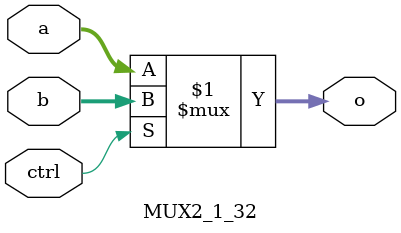
<source format=v>

module MUX2_1_32(
	input [31:0] a,
	input [31:0] b,
	input ctrl,
	output [31:0] o
	);

	assign o = ctrl ? b : a;

endmodule
</source>
